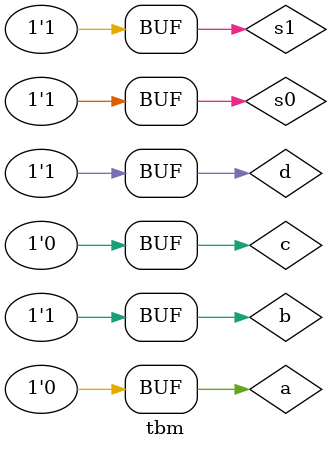
<source format=v>

module tbm;
reg s0 = 0;
reg s1 = 0;
reg a = 0;
reg b = 0;
reg c = 0;
reg d =0;
wire o;
mux4 mux_inst(
    .S0(s0),
    .S1(s1),
    .A0(a),
    .A1(b),
    .B0(c),
    .B1(d),
    .O(o)
    );
 initial
    begin
   
    s0 = 1'b0;
    s1 = 1'b0;
    a = 1'b0;
    b = 1'b1;
    c = 1'b0;
    d = 1'b1;
    #10;
    s0 = 1'b0;
    s1 = 1'b1;
    a = 1'b0;
    b = 1'b1;
    c = 1'b0;
    d = 1'b1;
    #10;
    s0 = 1'b1;
    s1 = 1'b0;
    a = 1'b0;
    b = 1'b1;
    c = 1'b0;
    d = 1'b1;
    #10;
    s0 = 1'b1;
    s1 = 1'b1;
    a = 1'b0;
    b = 1'b1;
    c = 1'b0;
    d = 1'b1;
    #10;
    $dumpfile("power_test.vcd");
    $dumpvars();
    end
endmodule
</source>
